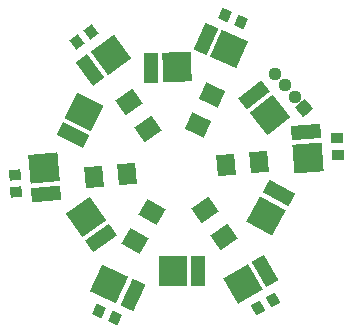
<source format=gts>
G04*
G04 #@! TF.GenerationSoftware,Altium Limited,Altium Designer,23.5.1 (21)*
G04*
G04 Layer_Color=8388736*
%FSLAX44Y44*%
%MOMM*%
G71*
G04*
G04 #@! TF.SameCoordinates,F507A0DE-0196-4A71-86C9-71FBE13DDA2A*
G04*
G04*
G04 #@! TF.FilePolarity,Negative*
G04*
G01*
G75*
G04:AMPARAMS|DCode=49|XSize=0.877mm|YSize=0.977mm|CornerRadius=0mm|HoleSize=0mm|Usage=FLASHONLY|Rotation=208.504|XOffset=0mm|YOffset=0mm|HoleType=Round|Shape=Rectangle|*
%AMROTATEDRECTD49*
4,1,4,0.1522,0.6386,0.6185,-0.2200,-0.1522,-0.6386,-0.6185,0.2200,0.1522,0.6386,0.0*
%
%ADD49ROTATEDRECTD49*%

G04:AMPARAMS|DCode=50|XSize=2.4316mm|YSize=2.4816mm|CornerRadius=0mm|HoleSize=0mm|Usage=FLASHONLY|Rotation=210.000|XOffset=0mm|YOffset=0mm|HoleType=Round|Shape=Rectangle|*
%AMROTATEDRECTD50*
4,1,4,0.4325,1.6825,1.6733,-0.4667,-0.4325,-1.6825,-1.6733,0.4667,0.4325,1.6825,0.0*
%
%ADD50ROTATEDRECTD50*%

G04:AMPARAMS|DCode=51|XSize=1.2016mm|YSize=2.4816mm|CornerRadius=0mm|HoleSize=0mm|Usage=FLASHONLY|Rotation=210.000|XOffset=0mm|YOffset=0mm|HoleType=Round|Shape=Rectangle|*
%AMROTATEDRECTD51*
4,1,4,-0.1001,1.3750,1.1407,-0.7742,0.1001,-1.3750,-1.1407,0.7742,-0.1001,1.3750,0.0*
%
%ADD51ROTATEDRECTD51*%

G04:AMPARAMS|DCode=52|XSize=2.4316mm|YSize=2.4816mm|CornerRadius=0mm|HoleSize=0mm|Usage=FLASHONLY|Rotation=179.892|XOffset=0mm|YOffset=0mm|HoleType=Round|Shape=Rectangle|*
%AMROTATEDRECTD52*
4,1,4,1.2181,1.2385,1.2135,-1.2431,-1.2181,-1.2385,-1.2135,1.2431,1.2181,1.2385,0.0*
%
%ADD52ROTATEDRECTD52*%

G04:AMPARAMS|DCode=53|XSize=1.2016mm|YSize=2.4816mm|CornerRadius=0mm|HoleSize=0mm|Usage=FLASHONLY|Rotation=179.892|XOffset=0mm|YOffset=0mm|HoleType=Round|Shape=Rectangle|*
%AMROTATEDRECTD53*
4,1,4,0.6031,1.2397,0.5985,-1.2419,-0.6031,-1.2397,-0.5985,1.2419,0.6031,1.2397,0.0*
%
%ADD53ROTATEDRECTD53*%

G04:AMPARAMS|DCode=54|XSize=2.4316mm|YSize=2.4816mm|CornerRadius=0mm|HoleSize=0mm|Usage=FLASHONLY|Rotation=155.000|XOffset=0mm|YOffset=0mm|HoleType=Round|Shape=Rectangle|*
%AMROTATEDRECTD54*
4,1,4,1.6263,0.6107,0.5775,-1.6384,-1.6263,-0.6107,-0.5775,1.6384,1.6263,0.6107,0.0*
%
%ADD54ROTATEDRECTD54*%

G04:AMPARAMS|DCode=55|XSize=1.2016mm|YSize=2.4816mm|CornerRadius=0mm|HoleSize=0mm|Usage=FLASHONLY|Rotation=155.000|XOffset=0mm|YOffset=0mm|HoleType=Round|Shape=Rectangle|*
%AMROTATEDRECTD55*
4,1,4,1.0689,0.8706,0.0201,-1.3785,-1.0689,-0.8706,-0.0201,1.3785,1.0689,0.8706,0.0*
%
%ADD55ROTATEDRECTD55*%

G04:AMPARAMS|DCode=56|XSize=0.877mm|YSize=0.977mm|CornerRadius=0mm|HoleSize=0mm|Usage=FLASHONLY|Rotation=156.138|XOffset=0mm|YOffset=0mm|HoleType=Round|Shape=Rectangle|*
%AMROTATEDRECTD56*
4,1,4,0.5986,0.2694,0.2034,-0.6241,-0.5986,-0.2694,-0.2034,0.6241,0.5986,0.2694,0.0*
%
%ADD56ROTATEDRECTD56*%

G04:AMPARAMS|DCode=57|XSize=0.877mm|YSize=0.977mm|CornerRadius=0mm|HoleSize=0mm|Usage=FLASHONLY|Rotation=336.629|XOffset=0mm|YOffset=0mm|HoleType=Round|Shape=Rectangle|*
%AMROTATEDRECTD57*
4,1,4,-0.5963,-0.2745,-0.2087,0.6224,0.5963,0.2745,0.2087,-0.6224,-0.5963,-0.2745,0.0*
%
%ADD57ROTATEDRECTD57*%

G04:AMPARAMS|DCode=58|XSize=2.4316mm|YSize=2.4816mm|CornerRadius=0mm|HoleSize=0mm|Usage=FLASHONLY|Rotation=336.148|XOffset=0mm|YOffset=0mm|HoleType=Round|Shape=Rectangle|*
%AMROTATEDRECTD58*
4,1,4,-1.6137,-0.6432,-0.6102,1.6265,1.6137,0.6432,0.6102,-1.6265,-1.6137,-0.6432,0.0*
%
%ADD58ROTATEDRECTD58*%

G04:AMPARAMS|DCode=59|XSize=1.2016mm|YSize=2.4816mm|CornerRadius=0mm|HoleSize=0mm|Usage=FLASHONLY|Rotation=336.148|XOffset=0mm|YOffset=0mm|HoleType=Round|Shape=Rectangle|*
%AMROTATEDRECTD59*
4,1,4,-1.0512,-0.8919,-0.0478,1.3778,1.0512,0.8919,0.0478,-1.3778,-1.0512,-0.8919,0.0*
%
%ADD59ROTATEDRECTD59*%

G04:AMPARAMS|DCode=60|XSize=2.4316mm|YSize=2.4816mm|CornerRadius=0mm|HoleSize=0mm|Usage=FLASHONLY|Rotation=308.271|XOffset=0mm|YOffset=0mm|HoleType=Round|Shape=Rectangle|*
%AMROTATEDRECTD60*
4,1,4,-1.7272,0.1860,0.2211,1.7230,1.7272,-0.1860,-0.2211,-1.7230,-1.7272,0.1860,0.0*
%
%ADD60ROTATEDRECTD60*%

G04:AMPARAMS|DCode=61|XSize=1.2016mm|YSize=2.4816mm|CornerRadius=0mm|HoleSize=0mm|Usage=FLASHONLY|Rotation=308.271|XOffset=0mm|YOffset=0mm|HoleType=Round|Shape=Rectangle|*
%AMROTATEDRECTD61*
4,1,4,-1.3463,-0.2968,0.6020,1.2402,1.3463,0.2968,-0.6020,-1.2402,-1.3463,-0.2968,0.0*
%
%ADD61ROTATEDRECTD61*%

G04:AMPARAMS|DCode=62|XSize=0.877mm|YSize=0.977mm|CornerRadius=0mm|HoleSize=0mm|Usage=FLASHONLY|Rotation=272.963|XOffset=0mm|YOffset=0mm|HoleType=Round|Shape=Rectangle|*
%AMROTATEDRECTD62*
4,1,4,-0.5105,0.4127,0.4652,0.4632,0.5105,-0.4127,-0.4652,-0.4632,-0.5105,0.4127,0.0*
%
%ADD62ROTATEDRECTD62*%

G04:AMPARAMS|DCode=63|XSize=2.4316mm|YSize=2.4816mm|CornerRadius=0mm|HoleSize=0mm|Usage=FLASHONLY|Rotation=274.296|XOffset=0mm|YOffset=0mm|HoleType=Round|Shape=Rectangle|*
%AMROTATEDRECTD63*
4,1,4,-1.3284,1.1194,1.1462,1.3053,1.3284,-1.1194,-1.1462,-1.3053,-1.3284,1.1194,0.0*
%
%ADD63ROTATEDRECTD63*%

G04:AMPARAMS|DCode=64|XSize=1.2016mm|YSize=2.4816mm|CornerRadius=0mm|HoleSize=0mm|Usage=FLASHONLY|Rotation=274.296|XOffset=0mm|YOffset=0mm|HoleType=Round|Shape=Rectangle|*
%AMROTATEDRECTD64*
4,1,4,-1.2823,0.5061,1.1923,0.6921,1.2823,-0.5061,-1.1923,-0.6921,-1.2823,0.5061,0.0*
%
%ADD64ROTATEDRECTD64*%

G04:AMPARAMS|DCode=65|XSize=2.4316mm|YSize=2.4816mm|CornerRadius=0mm|HoleSize=0mm|Usage=FLASHONLY|Rotation=241.269|XOffset=0mm|YOffset=0mm|HoleType=Round|Shape=Rectangle|*
%AMROTATEDRECTD65*
4,1,4,-0.5036,1.6626,1.6725,0.4697,0.5036,-1.6626,-1.6725,-0.4697,-0.5036,1.6626,0.0*
%
%ADD65ROTATEDRECTD65*%

G04:AMPARAMS|DCode=66|XSize=1.2016mm|YSize=2.4816mm|CornerRadius=0mm|HoleSize=0mm|Usage=FLASHONLY|Rotation=241.269|XOffset=0mm|YOffset=0mm|HoleType=Round|Shape=Rectangle|*
%AMROTATEDRECTD66*
4,1,4,-0.7993,1.1233,1.3769,-0.0696,0.7993,-1.1233,-1.3769,0.0696,-0.7993,1.1233,0.0*
%
%ADD66ROTATEDRECTD66*%

G04:AMPARAMS|DCode=67|XSize=2.4316mm|YSize=2.4816mm|CornerRadius=0mm|HoleSize=0mm|Usage=FLASHONLY|Rotation=1.085|XOffset=0mm|YOffset=0mm|HoleType=Round|Shape=Rectangle|*
%AMROTATEDRECTD67*
4,1,4,-1.1921,-1.2636,-1.2391,1.2175,1.1921,1.2636,1.2391,-1.2175,-1.1921,-1.2636,0.0*
%
%ADD67ROTATEDRECTD67*%

G04:AMPARAMS|DCode=68|XSize=1.2016mm|YSize=2.4816mm|CornerRadius=0mm|HoleSize=0mm|Usage=FLASHONLY|Rotation=1.085|XOffset=0mm|YOffset=0mm|HoleType=Round|Shape=Rectangle|*
%AMROTATEDRECTD68*
4,1,4,-0.5772,-1.2520,-0.6242,1.2292,0.5772,1.2520,0.6242,-1.2292,-0.5772,-1.2520,0.0*
%
%ADD68ROTATEDRECTD68*%

G04:AMPARAMS|DCode=69|XSize=0.877mm|YSize=0.977mm|CornerRadius=0mm|HoleSize=0mm|Usage=FLASHONLY|Rotation=36.135|XOffset=0mm|YOffset=0mm|HoleType=Round|Shape=Rectangle|*
%AMROTATEDRECTD69*
4,1,4,-0.0661,-0.6531,-0.6422,0.1360,0.0661,0.6531,0.6422,-0.1360,-0.0661,-0.6531,0.0*
%
%ADD69ROTATEDRECTD69*%

G04:AMPARAMS|DCode=70|XSize=2.4316mm|YSize=2.4816mm|CornerRadius=0mm|HoleSize=0mm|Usage=FLASHONLY|Rotation=36.159|XOffset=0mm|YOffset=0mm|HoleType=Round|Shape=Rectangle|*
%AMROTATEDRECTD70*
4,1,4,-0.2495,-1.7192,-1.7137,0.2845,0.2495,1.7192,1.7137,-0.2845,-0.2495,-1.7192,0.0*
%
%ADD70ROTATEDRECTD70*%

G04:AMPARAMS|DCode=71|XSize=1.2016mm|YSize=2.4816mm|CornerRadius=0mm|HoleSize=0mm|Usage=FLASHONLY|Rotation=36.159|XOffset=0mm|YOffset=0mm|HoleType=Round|Shape=Rectangle|*
%AMROTATEDRECTD71*
4,1,4,0.2470,-1.3563,-1.2172,0.6473,-0.2470,1.3563,1.2172,-0.6473,0.2470,-1.3563,0.0*
%
%ADD71ROTATEDRECTD71*%

G04:AMPARAMS|DCode=72|XSize=2.4316mm|YSize=2.4816mm|CornerRadius=0mm|HoleSize=0mm|Usage=FLASHONLY|Rotation=63.973|XOffset=0mm|YOffset=0mm|HoleType=Round|Shape=Rectangle|*
%AMROTATEDRECTD72*
4,1,4,0.5815,-1.6370,-1.6485,-0.5481,-0.5815,1.6370,1.6485,0.5481,0.5815,-1.6370,0.0*
%
%ADD72ROTATEDRECTD72*%

G04:AMPARAMS|DCode=73|XSize=1.2016mm|YSize=2.4816mm|CornerRadius=0mm|HoleSize=0mm|Usage=FLASHONLY|Rotation=63.973|XOffset=0mm|YOffset=0mm|HoleType=Round|Shape=Rectangle|*
%AMROTATEDRECTD73*
4,1,4,0.8514,-1.0843,-1.3786,0.0046,-0.8514,1.0843,1.3786,-0.0046,0.8514,-1.0843,0.0*
%
%ADD73ROTATEDRECTD73*%

G04:AMPARAMS|DCode=74|XSize=2.4316mm|YSize=2.4816mm|CornerRadius=0mm|HoleSize=0mm|Usage=FLASHONLY|Rotation=95.000|XOffset=0mm|YOffset=0mm|HoleType=Round|Shape=Rectangle|*
%AMROTATEDRECTD74*
4,1,4,1.3420,-1.1030,-1.1301,-1.3193,-1.3420,1.1030,1.1301,1.3193,1.3420,-1.1030,0.0*
%
%ADD74ROTATEDRECTD74*%

G04:AMPARAMS|DCode=75|XSize=1.2016mm|YSize=2.4816mm|CornerRadius=0mm|HoleSize=0mm|Usage=FLASHONLY|Rotation=95.000|XOffset=0mm|YOffset=0mm|HoleType=Round|Shape=Rectangle|*
%AMROTATEDRECTD75*
4,1,4,1.2884,-0.4904,-1.1837,-0.7067,-1.2884,0.4904,1.1837,0.7067,1.2884,-0.4904,0.0*
%
%ADD75ROTATEDRECTD75*%

G04:AMPARAMS|DCode=76|XSize=0.877mm|YSize=0.977mm|CornerRadius=0mm|HoleSize=0mm|Usage=FLASHONLY|Rotation=95.000|XOffset=0mm|YOffset=0mm|HoleType=Round|Shape=Rectangle|*
%AMROTATEDRECTD76*
4,1,4,0.5249,-0.3943,-0.4484,-0.4794,-0.5249,0.3943,0.4484,0.4794,0.5249,-0.3943,0.0*
%
%ADD76ROTATEDRECTD76*%

G04:AMPARAMS|DCode=77|XSize=2.4316mm|YSize=2.4816mm|CornerRadius=0mm|HoleSize=0mm|Usage=FLASHONLY|Rotation=125.273|XOffset=0mm|YOffset=0mm|HoleType=Round|Shape=Rectangle|*
%AMROTATEDRECTD77*
4,1,4,1.7151,-0.2761,-0.3109,-1.7091,-1.7151,0.2761,0.3109,1.7091,1.7151,-0.2761,0.0*
%
%ADD77ROTATEDRECTD77*%

G04:AMPARAMS|DCode=78|XSize=1.2016mm|YSize=2.4816mm|CornerRadius=0mm|HoleSize=0mm|Usage=FLASHONLY|Rotation=125.273|XOffset=0mm|YOffset=0mm|HoleType=Round|Shape=Rectangle|*
%AMROTATEDRECTD78*
4,1,4,1.3600,0.2260,-0.6661,-1.2070,-1.3600,-0.2260,0.6661,1.2070,1.3600,0.2260,0.0*
%
%ADD78ROTATEDRECTD78*%

G04:AMPARAMS|DCode=79|XSize=1.527mm|YSize=1.777mm|CornerRadius=0mm|HoleSize=0mm|Usage=FLASHONLY|Rotation=185.000|XOffset=0mm|YOffset=0mm|HoleType=Round|Shape=Rectangle|*
%AMROTATEDRECTD79*
4,1,4,0.6832,0.9517,0.8380,-0.8186,-0.6832,-0.9517,-0.8380,0.8186,0.6832,0.9517,0.0*
%
%ADD79ROTATEDRECTD79*%

G04:AMPARAMS|DCode=80|XSize=1.527mm|YSize=1.777mm|CornerRadius=0mm|HoleSize=0mm|Usage=FLASHONLY|Rotation=125.000|XOffset=0mm|YOffset=0mm|HoleType=Round|Shape=Rectangle|*
%AMROTATEDRECTD80*
4,1,4,1.1657,-0.1158,-0.2899,-1.1350,-1.1657,0.1158,0.2899,1.1350,1.1657,-0.1158,0.0*
%
%ADD80ROTATEDRECTD80*%

G04:AMPARAMS|DCode=81|XSize=1.527mm|YSize=1.777mm|CornerRadius=0mm|HoleSize=0mm|Usage=FLASHONLY|Rotation=65.000|XOffset=0mm|YOffset=0mm|HoleType=Round|Shape=Rectangle|*
%AMROTATEDRECTD81*
4,1,4,0.4826,-1.0675,-1.1279,-0.3165,-0.4826,1.0675,1.1279,0.3165,0.4826,-1.0675,0.0*
%
%ADD81ROTATEDRECTD81*%

G04:AMPARAMS|DCode=82|XSize=1.527mm|YSize=1.777mm|CornerRadius=0mm|HoleSize=0mm|Usage=FLASHONLY|Rotation=240.000|XOffset=0mm|YOffset=0mm|HoleType=Round|Shape=Rectangle|*
%AMROTATEDRECTD82*
4,1,4,-0.3877,1.1055,1.1512,0.2170,0.3877,-1.1055,-1.1512,-0.2170,-0.3877,1.1055,0.0*
%
%ADD82ROTATEDRECTD82*%

%ADD83C,1.1270*%
%ADD84P,1.5938X4X85.452*%
D49*
X69138Y-117364D02*
D03*
X81880Y-110444D02*
D03*
D50*
X55880Y-96787D02*
D03*
D51*
X74716Y-85912D02*
D03*
D52*
X-3348Y-86011D02*
D03*
D53*
X18402Y-86052D02*
D03*
D54*
X-57088Y-96693D02*
D03*
D55*
X-37376Y-105885D02*
D03*
D56*
X-65730Y-119621D02*
D03*
X-52469Y-125487D02*
D03*
D57*
X54171Y125259D02*
D03*
X40861Y131011D02*
D03*
D58*
X44450Y101867D02*
D03*
D59*
X24558Y110662D02*
D03*
D60*
X79189Y45720D02*
D03*
D61*
X65718Y62796D02*
D03*
D62*
X136638Y11954D02*
D03*
X135889Y26435D02*
D03*
D63*
X111335Y9740D02*
D03*
D64*
X109705Y31430D02*
D03*
D65*
X75924Y-39073D02*
D03*
D66*
X86379Y-20001D02*
D03*
D67*
X0Y86360D02*
D03*
D68*
X-21746Y85948D02*
D03*
D69*
X-72817Y116630D02*
D03*
X-84527Y108080D02*
D03*
D70*
X-55880Y96787D02*
D03*
D71*
X-73441Y83954D02*
D03*
D72*
X-78101Y48416D02*
D03*
D73*
X-87644Y28872D02*
D03*
D74*
X-112283Y1093D02*
D03*
D75*
X-110387Y-20574D02*
D03*
D76*
X-137262Y-4824D02*
D03*
X-135999Y-19269D02*
D03*
D77*
X-77022Y-40656D02*
D03*
D78*
X-64462Y-58413D02*
D03*
D79*
X-41721Y-3650D02*
D03*
X-69614Y-6090D02*
D03*
X41721Y3650D02*
D03*
X69614Y6091D02*
D03*
D80*
X-24021Y34306D02*
D03*
X-40082Y57242D02*
D03*
X24021Y-34306D02*
D03*
X40082Y-57242D02*
D03*
D81*
X17699Y37956D02*
D03*
X29533Y63333D02*
D03*
D82*
X-20940Y-36269D02*
D03*
X-34940Y-60518D02*
D03*
D83*
X83619Y80606D02*
D03*
X91730Y71094D02*
D03*
X99840Y61582D02*
D03*
D84*
X107950Y52070D02*
D03*
M02*

</source>
